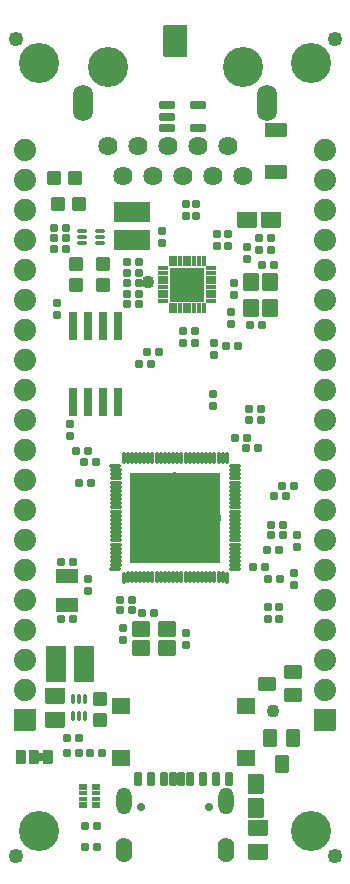
<source format=gbr>
%TF.GenerationSoftware,KiCad,Pcbnew,7.0.11-7.0.11~ubuntu22.04.1*%
%TF.CreationDate,2025-02-03T16:18:30+02:00*%
%TF.ProjectId,ESP32-P4-DevKit_Rev_C,45535033-322d-4503-942d-4465764b6974,C*%
%TF.SameCoordinates,PX80befc0PY7459280*%
%TF.FileFunction,Soldermask,Bot*%
%TF.FilePolarity,Negative*%
%FSLAX46Y46*%
G04 Gerber Fmt 4.6, Leading zero omitted, Abs format (unit mm)*
G04 Created by KiCad (PCBNEW 7.0.11-7.0.11~ubuntu22.04.1) date 2025-02-03 16:18:30*
%MOMM*%
%LPD*%
G01*
G04 APERTURE LIST*
G04 Aperture macros list*
%AMRoundRect*
0 Rectangle with rounded corners*
0 $1 Rounding radius*
0 $2 $3 $4 $5 $6 $7 $8 $9 X,Y pos of 4 corners*
0 Add a 4 corners polygon primitive as box body*
4,1,4,$2,$3,$4,$5,$6,$7,$8,$9,$2,$3,0*
0 Add four circle primitives for the rounded corners*
1,1,$1+$1,$2,$3*
1,1,$1+$1,$4,$5*
1,1,$1+$1,$6,$7*
1,1,$1+$1,$8,$9*
0 Add four rect primitives between the rounded corners*
20,1,$1+$1,$2,$3,$4,$5,0*
20,1,$1+$1,$4,$5,$6,$7,0*
20,1,$1+$1,$6,$7,$8,$9,0*
20,1,$1+$1,$8,$9,$2,$3,0*%
G04 Aperture macros list end*
%ADD10C,0.701600*%
%ADD11O,1.301600X2.301600*%
%ADD12O,1.401600X2.101600*%
%ADD13C,3.401601*%
%ADD14O,1.701600X3.101599*%
%ADD15C,1.625600*%
%ADD16RoundRect,0.050800X-0.250000X-0.275000X0.250000X-0.275000X0.250000X0.275000X-0.250000X0.275000X0*%
%ADD17RoundRect,0.050800X0.250000X0.275000X-0.250000X0.275000X-0.250000X-0.275000X0.250000X-0.275000X0*%
%ADD18RoundRect,0.050800X-0.275000X0.250000X-0.275000X-0.250000X0.275000X-0.250000X0.275000X0.250000X0*%
%ADD19RoundRect,0.050800X0.275000X-0.250000X0.275000X0.250000X-0.275000X0.250000X-0.275000X-0.250000X0*%
%ADD20RoundRect,0.050800X0.250000X0.500000X-0.250000X0.500000X-0.250000X-0.500000X0.250000X-0.500000X0*%
%ADD21RoundRect,0.050800X0.750000X0.600000X-0.750000X0.600000X-0.750000X-0.600000X0.750000X-0.600000X0*%
%ADD22RoundRect,0.050800X-0.700000X-0.500000X0.700000X-0.500000X0.700000X0.500000X-0.700000X0.500000X0*%
%ADD23RoundRect,0.050800X0.508000X0.508000X-0.508000X0.508000X-0.508000X-0.508000X0.508000X-0.508000X0*%
%ADD24C,1.101600*%
%ADD25RoundRect,0.050800X-0.800000X-1.500000X0.800000X-1.500000X0.800000X1.500000X-0.800000X1.500000X0*%
%ADD26RoundRect,0.050800X0.889000X-0.889000X0.889000X0.889000X-0.889000X0.889000X-0.889000X-0.889000X0*%
%ADD27C,1.879600*%
%ADD28RoundRect,0.050800X0.762000X0.635000X-0.762000X0.635000X-0.762000X-0.635000X0.762000X-0.635000X0*%
%ADD29RoundRect,0.050800X-0.508000X0.508000X-0.508000X-0.508000X0.508000X-0.508000X0.508000X0.508000X0*%
%ADD30RoundRect,0.050800X-0.600000X0.700000X-0.600000X-0.700000X0.600000X-0.700000X0.600000X0.700000X0*%
%ADD31RoundRect,0.050800X-0.700000X-0.600000X0.700000X-0.600000X0.700000X0.600000X-0.700000X0.600000X0*%
%ADD32RoundRect,0.050800X0.900000X-0.500000X0.900000X0.500000X-0.900000X0.500000X-0.900000X-0.500000X0*%
%ADD33RoundRect,0.050800X-0.425000X-0.087500X0.425000X-0.087500X0.425000X0.087500X-0.425000X0.087500X0*%
%ADD34RoundRect,0.050800X-0.450000X-0.087500X0.450000X-0.087500X0.450000X0.087500X-0.450000X0.087500X0*%
%ADD35RoundRect,0.050800X-0.087500X0.425000X-0.087500X-0.425000X0.087500X-0.425000X0.087500X0.425000X0*%
%ADD36RoundRect,0.050800X-0.087500X0.450000X-0.087500X-0.450000X0.087500X-0.450000X0.087500X0.450000X0*%
%ADD37C,1.701600*%
%ADD38C,2.501600*%
%ADD39RoundRect,0.050800X-3.800000X-3.800000X3.800000X-3.800000X3.800000X3.800000X-3.800000X3.800000X0*%
%ADD40RoundRect,0.050800X-1.500000X0.800000X-1.500000X-0.800000X1.500000X-0.800000X1.500000X0.800000X0*%
%ADD41RoundRect,0.050800X-0.300000X-1.100000X0.300000X-1.100000X0.300000X1.100000X-0.300000X1.100000X0*%
%ADD42C,1.254000*%
%ADD43RoundRect,0.050800X-0.125000X0.350000X-0.125000X-0.350000X0.125000X-0.350000X0.125000X0.350000X0*%
%ADD44RoundRect,0.050800X-0.635000X0.762000X-0.635000X-0.762000X0.635000X-0.762000X0.635000X0.762000X0*%
%ADD45RoundRect,0.050800X0.400000X0.100000X-0.400000X0.100000X-0.400000X-0.100000X0.400000X-0.100000X0*%
%ADD46RoundRect,0.050800X0.100000X-0.400000X0.100000X0.400000X-0.100000X0.400000X-0.100000X-0.400000X0*%
%ADD47RoundRect,0.050800X-0.400000X-0.100000X0.400000X-0.100000X0.400000X0.100000X-0.400000X0.100000X0*%
%ADD48RoundRect,0.050800X-0.100000X0.400000X-0.100000X-0.400000X0.100000X-0.400000X0.100000X0.400000X0*%
%ADD49RoundRect,0.050800X-1.400000X1.400000X-1.400000X-1.400000X1.400000X-1.400000X1.400000X1.400000X0*%
%ADD50RoundRect,0.050800X0.889000X-0.508000X0.889000X0.508000X-0.889000X0.508000X-0.889000X-0.508000X0*%
%ADD51RoundRect,0.050800X0.350000X0.125000X-0.350000X0.125000X-0.350000X-0.125000X0.350000X-0.125000X0*%
%ADD52RoundRect,0.050800X0.312500X0.162500X-0.312500X0.162500X-0.312500X-0.162500X0.312500X-0.162500X0*%
%ADD53RoundRect,0.050800X0.312500X0.125000X-0.312500X0.125000X-0.312500X-0.125000X0.312500X-0.125000X0*%
%ADD54RoundRect,0.050800X-0.312500X-0.125000X0.312500X-0.125000X0.312500X0.125000X-0.312500X0.125000X0*%
%ADD55RoundRect,0.050800X-0.312500X-0.162500X0.312500X-0.162500X0.312500X0.162500X-0.312500X0.162500X0*%
%ADD56RoundRect,0.050800X0.381000X0.508000X-0.381000X0.508000X-0.381000X-0.508000X0.381000X-0.508000X0*%
%ADD57RoundRect,0.050800X0.254000X0.254000X-0.254000X0.254000X-0.254000X-0.254000X0.254000X-0.254000X0*%
%ADD58RoundRect,0.050800X0.600000X0.275000X-0.600000X0.275000X-0.600000X-0.275000X0.600000X-0.275000X0*%
%ADD59RoundRect,0.050800X0.500000X-0.700000X0.500000X0.700000X-0.500000X0.700000X-0.500000X-0.700000X0*%
G04 APERTURE END LIST*
D10*
%TO.C,USB-Serial/JTAG1*%
X17890000Y5530000D03*
X12110000Y5530000D03*
D11*
X19320000Y6030000D03*
X10680000Y6030000D03*
D12*
X19320000Y1850000D03*
X10680000Y1850000D03*
%TD*%
D13*
%TO.C,LAN_CON1*%
X20715000Y68150000D03*
X9285000Y68150000D03*
D14*
X22800000Y65100000D03*
X7200000Y65100000D03*
D15*
X20715000Y58960000D03*
X19445000Y61500000D03*
X18175000Y58960000D03*
X16905000Y61500000D03*
X15635000Y58960000D03*
X14365000Y61500000D03*
X13095000Y58960000D03*
X11825000Y61500000D03*
X10555000Y58960000D03*
X9285000Y61500000D03*
%TD*%
D13*
%TO.C,MH4*%
X26500000Y3500000D03*
%TD*%
%TO.C,MH2*%
X3500000Y68500000D03*
%TD*%
%TO.C,MH1*%
X3500000Y3500000D03*
%TD*%
%TO.C,MH3*%
X26500000Y68500000D03*
%TD*%
D16*
%TO.C,R18*%
X23115000Y52658000D03*
D17*
X22099000Y52658000D03*
%TD*%
%TO.C,C58*%
X22861000Y24845000D03*
D16*
X23877000Y24845000D03*
%TD*%
D17*
%TO.C,R5*%
X7367000Y2112000D03*
D16*
X8383000Y2112000D03*
%TD*%
D18*
%TO.C,R2*%
X18162000Y39450000D03*
D19*
X18162000Y40466000D03*
%TD*%
D20*
%TO.C,MICRO_SD1*%
X11850000Y7900000D03*
X12950000Y7900000D03*
X14050000Y7900000D03*
X14800000Y7900000D03*
X16250000Y7900000D03*
X17350000Y7900000D03*
X18450000Y7900000D03*
X19550000Y7900000D03*
X15500000Y7900000D03*
D21*
X21000000Y9650000D03*
X21000000Y14100000D03*
X10400000Y9650000D03*
X10400000Y14100000D03*
%TD*%
D18*
%TO.C,C35*%
X6097000Y36910000D03*
D19*
X6097000Y37926000D03*
%TD*%
D16*
%TO.C,C39*%
X11304000Y22178000D03*
D17*
X10288000Y22178000D03*
%TD*%
D22*
%TO.C,FET2*%
X24984440Y16904960D03*
X24984440Y15002500D03*
X22774640Y15957540D03*
%TD*%
D23*
%TO.C,C60*%
X6859000Y56595000D03*
X5081000Y56595000D03*
%TD*%
D18*
%TO.C,R24*%
X19686000Y46435000D03*
D19*
X19686000Y47451000D03*
%TD*%
D16*
%TO.C,C25*%
X22353000Y46308000D03*
D17*
X21337000Y46308000D03*
%TD*%
D24*
%TO.C,5V_USB1*%
X23242000Y13669000D03*
%TD*%
D16*
%TO.C,R20*%
X13590000Y44022000D03*
D17*
X12574000Y44022000D03*
%TD*%
D25*
%TO.C,L4*%
X7297000Y17606000D03*
X4897000Y17606000D03*
%TD*%
D26*
%TO.C,EXT1*%
X2300000Y12870000D03*
D27*
X2300000Y15410000D03*
X2300000Y17950000D03*
X2300000Y20490000D03*
X2300000Y23030000D03*
X2300000Y25570000D03*
X2300000Y28110000D03*
X2300000Y30650000D03*
X2300000Y33190000D03*
X2300000Y35730000D03*
X2300000Y38270000D03*
X2300000Y40810000D03*
X2300000Y43350000D03*
X2300000Y45890000D03*
X2300000Y48430000D03*
X2300000Y50970000D03*
X2300000Y53510000D03*
X2300000Y56050000D03*
X2300000Y58590000D03*
X2300000Y61130000D03*
%TD*%
D28*
%TO.C,C17*%
X21972000Y3763000D03*
X21972000Y1731000D03*
%TD*%
D29*
%TO.C,C31*%
X6605000Y51515000D03*
X6605000Y49737000D03*
%TD*%
%TO.C,C32*%
X8637000Y14685000D03*
X8637000Y12907000D03*
%TD*%
D17*
%TO.C,R30*%
X10923000Y51642000D03*
D16*
X11939000Y51642000D03*
%TD*%
D29*
%TO.C,C34*%
X8891000Y51515000D03*
X8891000Y49737000D03*
%TD*%
D30*
%TO.C,Q2*%
X23026000Y49948000D03*
X21426000Y47748000D03*
X21426000Y49948000D03*
X23026000Y47748000D03*
%TD*%
D31*
%TO.C,Q3*%
X12109000Y20558000D03*
X14309000Y18958000D03*
X12109000Y18958000D03*
X14309000Y20558000D03*
%TD*%
D18*
%TO.C,C47*%
X23750000Y21416000D03*
D19*
X23750000Y22432000D03*
%TD*%
D17*
%TO.C,C1*%
X5335000Y21416000D03*
D16*
X6351000Y21416000D03*
%TD*%
D18*
%TO.C,R15*%
X13844000Y53293000D03*
D19*
X13844000Y54309000D03*
%TD*%
D18*
%TO.C,R43*%
X4954000Y47197000D03*
D19*
X4954000Y48213000D03*
%TD*%
D32*
%TO.C,Q1*%
X5843000Y22579000D03*
X5843000Y25079000D03*
%TD*%
D16*
%TO.C,R31*%
X20321000Y44530000D03*
D17*
X19305000Y44530000D03*
%TD*%
D33*
%TO.C,U1*%
X9925000Y25625000D03*
D34*
X9950000Y25975000D03*
X9950000Y26325000D03*
X9950000Y26675000D03*
X9950000Y27025000D03*
X9950000Y27375000D03*
X9950000Y27725000D03*
X9950000Y28075000D03*
X9950000Y28425000D03*
X9950000Y28775000D03*
X9950000Y29125000D03*
X9950000Y29475000D03*
X9950000Y29825000D03*
X9950000Y30175000D03*
X9950000Y30525000D03*
X9950000Y30875000D03*
X9950000Y31225000D03*
X9950000Y31575000D03*
X9950000Y31925000D03*
X9950000Y32275000D03*
X9950000Y32625000D03*
X9950000Y32975000D03*
X9950000Y33325000D03*
X9950000Y33675000D03*
X9950000Y34025000D03*
D33*
X9925000Y34375000D03*
D35*
X10625000Y35075000D03*
D36*
X10975000Y35050000D03*
X11325000Y35050000D03*
X11675000Y35050000D03*
X12025000Y35050000D03*
X12375000Y35050000D03*
X12725000Y35050000D03*
X13075000Y35050000D03*
X13425000Y35050000D03*
X13775000Y35050000D03*
X14125000Y35050000D03*
X14475000Y35050000D03*
X14825000Y35050000D03*
X15175000Y35050000D03*
X15525000Y35050000D03*
X15875000Y35050000D03*
X16225000Y35050000D03*
X16575000Y35050000D03*
X16925000Y35050000D03*
X17275000Y35050000D03*
X17625000Y35050000D03*
X17975000Y35050000D03*
X18325000Y35050000D03*
X18675000Y35050000D03*
X19025000Y35050000D03*
D35*
X19375000Y35075000D03*
D33*
X20075000Y34375000D03*
D34*
X20050000Y34025000D03*
X20050000Y33675000D03*
X20050000Y33325000D03*
X20050000Y32975000D03*
X20050000Y32625000D03*
X20050000Y32275000D03*
X20050000Y31925000D03*
X20050000Y31575000D03*
X20050000Y31225000D03*
X20050000Y30875000D03*
X20050000Y30525000D03*
X20050000Y30175000D03*
X20050000Y29825000D03*
X20050000Y29475000D03*
X20050000Y29125000D03*
X20050000Y28775000D03*
X20050000Y28425000D03*
X20050000Y28075000D03*
X20050000Y27725000D03*
X20050000Y27375000D03*
X20050000Y27025000D03*
X20050000Y26675000D03*
X20050000Y26325000D03*
X20050000Y25975000D03*
D33*
X20075000Y25625000D03*
D35*
X19375000Y24925000D03*
D36*
X19025000Y24950000D03*
X18675000Y24950000D03*
X18325000Y24950000D03*
X17975000Y24950000D03*
X17625000Y24950000D03*
X17275000Y24950000D03*
X16925000Y24950000D03*
X16575000Y24950000D03*
X16225000Y24950000D03*
X15875000Y24950000D03*
X15525000Y24950000D03*
X15175000Y24950000D03*
X14825000Y24950000D03*
X14475000Y24950000D03*
X14125000Y24950000D03*
X13775000Y24950000D03*
X13425000Y24950000D03*
X13075000Y24950000D03*
X12725000Y24950000D03*
X12375000Y24950000D03*
X12025000Y24950000D03*
X11675000Y24950000D03*
X11325000Y24950000D03*
X10975000Y24950000D03*
D35*
X10625000Y24925000D03*
D37*
X15000000Y27000000D03*
X12000000Y30000000D03*
D38*
X15000000Y30000000D03*
D39*
X15000000Y30000000D03*
D37*
X18000000Y30000000D03*
X15000000Y33000000D03*
%TD*%
D16*
%TO.C,R41*%
X6859000Y10113000D03*
D17*
X5843000Y10113000D03*
%TD*%
D19*
%TO.C,C26*%
X21083000Y52912000D03*
D18*
X21083000Y51896000D03*
%TD*%
D17*
%TO.C,C5*%
X6859000Y32973000D03*
D16*
X7875000Y32973000D03*
%TD*%
D23*
%TO.C,C61*%
X6478000Y58754000D03*
X4700000Y58754000D03*
%TD*%
D18*
%TO.C,C23*%
X18543000Y53039000D03*
D19*
X18543000Y54055000D03*
%TD*%
D17*
%TO.C,R29*%
X10923000Y50753000D03*
D16*
X11939000Y50753000D03*
%TD*%
D17*
%TO.C,R42*%
X7748000Y10113000D03*
D16*
X8764000Y10113000D03*
%TD*%
%TO.C,R21*%
X12955000Y43006000D03*
D17*
X11939000Y43006000D03*
%TD*%
D16*
%TO.C,C30*%
X21972000Y35894000D03*
D17*
X20956000Y35894000D03*
%TD*%
D40*
%TO.C,L3*%
X11304000Y53490000D03*
X11304000Y55890000D03*
%TD*%
D18*
%TO.C,R3*%
X25274000Y27512000D03*
D19*
X25274000Y28528000D03*
%TD*%
D16*
%TO.C,R40*%
X5716000Y52785000D03*
D17*
X4700000Y52785000D03*
%TD*%
D19*
%TO.C,C21*%
X15622000Y45800000D03*
D18*
X15622000Y44784000D03*
%TD*%
D16*
%TO.C,C54*%
X24385000Y31830000D03*
D17*
X23369000Y31830000D03*
%TD*%
D41*
%TO.C,U3*%
X6345000Y46235000D03*
X7615000Y46235000D03*
X8885000Y46235000D03*
X10155000Y46235000D03*
X10155000Y39765000D03*
X8885000Y39765000D03*
X7615000Y39765000D03*
X6345000Y39765000D03*
%TD*%
D19*
%TO.C,C44*%
X15876000Y20273000D03*
D18*
X15876000Y19257000D03*
%TD*%
D42*
%TO.C,FID6*%
X1500000Y70500000D03*
%TD*%
D28*
%TO.C,L2*%
X23115000Y55250000D03*
X21083000Y55250000D03*
%TD*%
D42*
%TO.C,FID7*%
X28500000Y70500000D03*
%TD*%
D18*
%TO.C,C19*%
X15876000Y55579000D03*
D19*
X15876000Y56595000D03*
%TD*%
D16*
%TO.C,C56*%
X5716000Y54563000D03*
D17*
X4700000Y54563000D03*
%TD*%
D16*
%TO.C,C36*%
X23750000Y27258000D03*
D17*
X22734000Y27258000D03*
%TD*%
D43*
%TO.C,U5*%
X6359000Y14673000D03*
X6859000Y14673000D03*
X7359000Y14673000D03*
X7359000Y13173000D03*
X6859000Y13173000D03*
X6359000Y13173000D03*
%TD*%
D17*
%TO.C,R17*%
X22099000Y53674000D03*
D16*
X23115000Y53674000D03*
%TD*%
D28*
%TO.C,C62*%
X4827000Y14939000D03*
X4827000Y12907000D03*
%TD*%
D17*
%TO.C,C24*%
X22353000Y51388000D03*
D16*
X23369000Y51388000D03*
%TD*%
%TO.C,C6*%
X7621000Y35640000D03*
D17*
X6605000Y35640000D03*
%TD*%
D18*
%TO.C,C48*%
X22861000Y21416000D03*
D19*
X22861000Y22432000D03*
%TD*%
D18*
%TO.C,C22*%
X19432000Y53039000D03*
D19*
X19432000Y54055000D03*
%TD*%
D42*
%TO.C,FID8*%
X28500000Y1400000D03*
%TD*%
D17*
%TO.C,C2*%
X5335000Y26242000D03*
D16*
X6351000Y26242000D03*
%TD*%
D17*
%TO.C,R26*%
X10923000Y48086000D03*
D16*
X11939000Y48086000D03*
%TD*%
D17*
%TO.C,R13*%
X7367000Y3890000D03*
D16*
X8383000Y3890000D03*
%TD*%
D17*
%TO.C,C12*%
X21210000Y38307000D03*
D16*
X22226000Y38307000D03*
%TD*%
%TO.C,R36*%
X11304000Y23067000D03*
D17*
X10288000Y23067000D03*
%TD*%
D44*
%TO.C,L1*%
X21845000Y7446000D03*
X21845000Y5414000D03*
%TD*%
D45*
%TO.C,U2*%
X18003000Y51137000D03*
X18003000Y50737000D03*
X18003000Y50337000D03*
X18003000Y49937000D03*
X18003000Y49537000D03*
X18003000Y49137000D03*
X18003000Y48737000D03*
X18003000Y48337000D03*
D46*
X17403000Y47737000D03*
X17003000Y47737000D03*
X16603000Y47737000D03*
X16203000Y47737000D03*
X15803000Y47737000D03*
X15403000Y47737000D03*
X15003000Y47737000D03*
X14603000Y47737000D03*
D47*
X14003000Y48337000D03*
X14003000Y48737000D03*
X14003000Y49137000D03*
X14003000Y49537000D03*
X14003000Y49937000D03*
X14003000Y50337000D03*
X14003000Y50737000D03*
X14003000Y51137000D03*
D48*
X14603000Y51737000D03*
X15003000Y51737000D03*
X15403000Y51737000D03*
X15803000Y51737000D03*
X16203000Y51737000D03*
X16603000Y51737000D03*
X17003000Y51737000D03*
X17403000Y51737000D03*
D10*
X16503000Y50837000D03*
X15503000Y50837000D03*
X17103000Y50237000D03*
X14903000Y50237000D03*
D37*
X16003000Y49737000D03*
D49*
X16003000Y49737000D03*
D10*
X17103000Y49237000D03*
X14903000Y49237000D03*
X16503000Y48637000D03*
X15503000Y48637000D03*
%TD*%
D50*
%TO.C,C16*%
X23496000Y59262000D03*
X23496000Y62818000D03*
%TD*%
D19*
%TO.C,C20*%
X16638000Y45800000D03*
D18*
X16638000Y44784000D03*
%TD*%
D42*
%TO.C,FID5*%
X1500000Y1400000D03*
%TD*%
D17*
%TO.C,R25*%
X10923000Y48975000D03*
D16*
X11939000Y48975000D03*
%TD*%
%TO.C,C59*%
X6859000Y11383000D03*
D17*
X5843000Y11383000D03*
%TD*%
%TO.C,R35*%
X20067000Y36783000D03*
D16*
X21083000Y36783000D03*
%TD*%
D26*
%TO.C,EXT2*%
X27700000Y12870000D03*
D27*
X27700000Y15410000D03*
X27700000Y17950000D03*
X27700000Y20490000D03*
X27700000Y23030000D03*
X27700000Y25570000D03*
X27700000Y28110000D03*
X27700000Y30650000D03*
X27700000Y33190000D03*
X27700000Y35730000D03*
X27700000Y38270000D03*
X27700000Y40810000D03*
X27700000Y43350000D03*
X27700000Y45890000D03*
X27700000Y48430000D03*
X27700000Y50970000D03*
X27700000Y53510000D03*
X27700000Y56050000D03*
X27700000Y58590000D03*
X27700000Y61130000D03*
%TD*%
D18*
%TO.C,C18*%
X16765000Y55579000D03*
D19*
X16765000Y56595000D03*
%TD*%
D17*
%TO.C,R28*%
X12193000Y21924000D03*
D16*
X13209000Y21924000D03*
%TD*%
%TO.C,C7*%
X8256000Y34751000D03*
D17*
X7240000Y34751000D03*
%TD*%
D51*
%TO.C,U4*%
X8625000Y54301000D03*
X8625000Y53801000D03*
X8625000Y53301000D03*
X7125000Y53301000D03*
X7125000Y53801000D03*
X7125000Y54301000D03*
%TD*%
D16*
%TO.C,R37*%
X24131000Y28528000D03*
D17*
X23115000Y28528000D03*
%TD*%
D52*
%TO.C,RM1*%
X8260500Y7220000D03*
X7235500Y7220000D03*
D53*
X8260500Y6680000D03*
X7235500Y6680000D03*
D54*
X8260500Y6180000D03*
X7235500Y6180000D03*
D55*
X8260500Y5640000D03*
X7235500Y5640000D03*
%TD*%
D16*
%TO.C,R38*%
X24131000Y29417000D03*
D17*
X23115000Y29417000D03*
%TD*%
D16*
%TO.C,C51*%
X22607000Y25861000D03*
D17*
X21591000Y25861000D03*
%TD*%
D18*
%TO.C,R12*%
X7621000Y23829000D03*
D19*
X7621000Y24845000D03*
%TD*%
D56*
%TO.C,DCDC_Vin1*%
X4192000Y9732000D03*
D57*
X3811000Y9732000D03*
X3430000Y9732000D03*
D56*
X3049000Y9732000D03*
X1906000Y9732000D03*
%TD*%
D18*
%TO.C,C43*%
X10542000Y19638000D03*
D19*
X10542000Y20654000D03*
%TD*%
D16*
%TO.C,C53*%
X25020000Y32719000D03*
D17*
X24004000Y32719000D03*
%TD*%
D24*
%TO.C,INT1*%
X12701000Y49991000D03*
%TD*%
D58*
%TO.C,TVS1*%
X14322000Y63011000D03*
X14322000Y63961000D03*
X14322000Y64911000D03*
X16922000Y64911000D03*
X16922000Y63011000D03*
%TD*%
D17*
%TO.C,R32*%
X10923000Y49864000D03*
D16*
X11939000Y49864000D03*
%TD*%
D19*
%TO.C,R33*%
X18289000Y44784000D03*
D18*
X18289000Y43768000D03*
%TD*%
D17*
%TO.C,C13*%
X21210000Y39196000D03*
D16*
X22226000Y39196000D03*
%TD*%
D59*
%TO.C,FET1*%
X23054040Y11347440D03*
X24956500Y11347440D03*
X24001460Y9137640D03*
%TD*%
D19*
%TO.C,R11*%
X25020000Y25353000D03*
D18*
X25020000Y24337000D03*
%TD*%
D16*
%TO.C,R39*%
X5716000Y53674000D03*
D17*
X4700000Y53674000D03*
%TD*%
D18*
%TO.C,R19*%
X19940000Y48848000D03*
D19*
X19940000Y49864000D03*
%TD*%
G36*
X15943039Y71730315D02*
G01*
X15988794Y71677511D01*
X16000000Y71626000D01*
X16000000Y69124000D01*
X15980315Y69056961D01*
X15927511Y69011206D01*
X15876000Y69000000D01*
X14124000Y69000000D01*
X14056961Y69019685D01*
X14011206Y69072489D01*
X14000000Y69124000D01*
X14000000Y71626000D01*
X14019685Y71693039D01*
X14072489Y71738794D01*
X14124000Y71750000D01*
X15876000Y71750000D01*
X15943039Y71730315D01*
G37*
M02*

</source>
